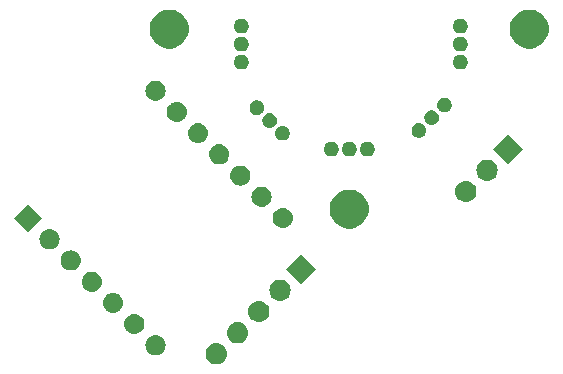
<source format=gbr>
G04 #@! TF.GenerationSoftware,KiCad,Pcbnew,(5.1.2)-2*
G04 #@! TF.CreationDate,2020-06-24T22:01:00-05:00*
G04 #@! TF.ProjectId,HallSensorDevBoard,48616c6c-5365-46e7-936f-72446576426f,rev?*
G04 #@! TF.SameCoordinates,Original*
G04 #@! TF.FileFunction,Soldermask,Top*
G04 #@! TF.FilePolarity,Negative*
%FSLAX46Y46*%
G04 Gerber Fmt 4.6, Leading zero omitted, Abs format (unit mm)*
G04 Created by KiCad (PCBNEW (5.1.2)-2) date 2020-06-24 22:01:00*
%MOMM*%
%LPD*%
G04 APERTURE LIST*
%ADD10C,0.100000*%
G04 APERTURE END LIST*
D10*
G36*
X110776455Y-114239154D02*
G01*
X110848422Y-114246242D01*
X111018261Y-114297762D01*
X111174786Y-114381427D01*
X111207539Y-114408307D01*
X111311981Y-114494019D01*
X111395243Y-114595476D01*
X111424573Y-114631214D01*
X111508238Y-114787739D01*
X111559758Y-114957578D01*
X111577154Y-115134205D01*
X111559758Y-115310832D01*
X111508238Y-115480671D01*
X111424573Y-115637196D01*
X111395243Y-115672934D01*
X111311981Y-115774391D01*
X111210524Y-115857653D01*
X111174786Y-115886983D01*
X111018261Y-115970648D01*
X110848422Y-116022168D01*
X110782237Y-116028687D01*
X110716055Y-116035205D01*
X110627535Y-116035205D01*
X110561353Y-116028687D01*
X110495168Y-116022168D01*
X110325329Y-115970648D01*
X110168804Y-115886983D01*
X110133066Y-115857653D01*
X110031609Y-115774391D01*
X109948347Y-115672934D01*
X109919017Y-115637196D01*
X109835352Y-115480671D01*
X109783832Y-115310832D01*
X109766436Y-115134205D01*
X109783832Y-114957578D01*
X109835352Y-114787739D01*
X109919017Y-114631214D01*
X109948347Y-114595476D01*
X110031609Y-114494019D01*
X110136051Y-114408307D01*
X110168804Y-114381427D01*
X110325329Y-114297762D01*
X110495168Y-114246242D01*
X110567135Y-114239154D01*
X110627535Y-114233205D01*
X110716055Y-114233205D01*
X110776455Y-114239154D01*
X110776455Y-114239154D01*
G37*
G36*
X105685130Y-113569620D02*
G01*
X105845549Y-113618283D01*
X105969657Y-113684620D01*
X105993385Y-113697303D01*
X106122966Y-113803648D01*
X106229311Y-113933229D01*
X106229312Y-113933231D01*
X106308331Y-114081065D01*
X106308332Y-114081068D01*
X106317390Y-114110927D01*
X106356994Y-114241484D01*
X106373424Y-114408307D01*
X106356994Y-114575130D01*
X106308331Y-114735549D01*
X106237421Y-114868213D01*
X106229311Y-114883385D01*
X106122966Y-115012966D01*
X105993385Y-115119311D01*
X105993383Y-115119312D01*
X105845549Y-115198331D01*
X105685130Y-115246994D01*
X105560111Y-115259307D01*
X105476503Y-115259307D01*
X105351484Y-115246994D01*
X105191065Y-115198331D01*
X105043231Y-115119312D01*
X105043229Y-115119311D01*
X104913648Y-115012966D01*
X104807303Y-114883385D01*
X104799193Y-114868213D01*
X104728283Y-114735549D01*
X104679620Y-114575130D01*
X104663190Y-114408307D01*
X104679620Y-114241484D01*
X104719224Y-114110927D01*
X104728282Y-114081068D01*
X104728283Y-114081065D01*
X104807302Y-113933231D01*
X104807303Y-113933229D01*
X104913648Y-113803648D01*
X105043229Y-113697303D01*
X105066957Y-113684620D01*
X105191065Y-113618283D01*
X105351484Y-113569620D01*
X105476503Y-113557307D01*
X105560111Y-113557307D01*
X105685130Y-113569620D01*
X105685130Y-113569620D01*
G37*
G36*
X112572496Y-112443102D02*
G01*
X112644473Y-112450191D01*
X112814312Y-112501711D01*
X112970837Y-112585376D01*
X113003590Y-112612256D01*
X113108032Y-112697968D01*
X113191294Y-112799425D01*
X113220624Y-112835163D01*
X113304289Y-112991688D01*
X113355809Y-113161527D01*
X113373205Y-113338154D01*
X113355809Y-113514781D01*
X113304289Y-113684620D01*
X113220624Y-113841145D01*
X113191294Y-113876883D01*
X113108032Y-113978340D01*
X113006575Y-114061602D01*
X112970837Y-114090932D01*
X112814312Y-114174597D01*
X112644473Y-114226117D01*
X112578288Y-114232636D01*
X112512106Y-114239154D01*
X112423586Y-114239154D01*
X112357404Y-114232636D01*
X112291219Y-114226117D01*
X112121380Y-114174597D01*
X111964855Y-114090932D01*
X111929117Y-114061602D01*
X111827660Y-113978340D01*
X111744398Y-113876883D01*
X111715068Y-113841145D01*
X111631403Y-113684620D01*
X111579883Y-113514781D01*
X111562487Y-113338154D01*
X111579883Y-113161527D01*
X111631403Y-112991688D01*
X111715068Y-112835163D01*
X111744398Y-112799425D01*
X111827660Y-112697968D01*
X111932102Y-112612256D01*
X111964855Y-112585376D01*
X112121380Y-112501711D01*
X112291219Y-112450191D01*
X112363196Y-112443102D01*
X112423586Y-112437154D01*
X112512106Y-112437154D01*
X112572496Y-112443102D01*
X112572496Y-112443102D01*
G37*
G36*
X103889079Y-111773569D02*
G01*
X104049498Y-111822232D01*
X104182162Y-111893142D01*
X104197334Y-111901252D01*
X104326915Y-112007597D01*
X104433260Y-112137178D01*
X104433261Y-112137180D01*
X104512280Y-112285014D01*
X104560943Y-112445433D01*
X104577373Y-112612256D01*
X104560943Y-112779079D01*
X104512280Y-112939498D01*
X104441370Y-113072162D01*
X104433260Y-113087334D01*
X104326915Y-113216915D01*
X104197334Y-113323260D01*
X104197332Y-113323261D01*
X104049498Y-113402280D01*
X103889079Y-113450943D01*
X103764060Y-113463256D01*
X103680452Y-113463256D01*
X103555433Y-113450943D01*
X103395014Y-113402280D01*
X103247180Y-113323261D01*
X103247178Y-113323260D01*
X103117597Y-113216915D01*
X103011252Y-113087334D01*
X103003142Y-113072162D01*
X102932232Y-112939498D01*
X102883569Y-112779079D01*
X102867139Y-112612256D01*
X102883569Y-112445433D01*
X102932232Y-112285014D01*
X103011251Y-112137180D01*
X103011252Y-112137178D01*
X103117597Y-112007597D01*
X103247178Y-111901252D01*
X103262350Y-111893142D01*
X103395014Y-111822232D01*
X103555433Y-111773569D01*
X103680452Y-111761256D01*
X103764060Y-111761256D01*
X103889079Y-111773569D01*
X103889079Y-111773569D01*
G37*
G36*
X114368558Y-110647051D02*
G01*
X114440525Y-110654139D01*
X114610364Y-110705659D01*
X114766889Y-110789324D01*
X114799643Y-110816205D01*
X114904084Y-110901916D01*
X114987346Y-111003373D01*
X115016676Y-111039111D01*
X115100341Y-111195636D01*
X115151861Y-111365475D01*
X115169257Y-111542102D01*
X115151861Y-111718729D01*
X115100341Y-111888568D01*
X115016676Y-112045093D01*
X114987346Y-112080831D01*
X114904084Y-112182288D01*
X114802627Y-112265550D01*
X114766889Y-112294880D01*
X114610364Y-112378545D01*
X114440525Y-112430065D01*
X114374341Y-112436583D01*
X114308158Y-112443102D01*
X114219638Y-112443102D01*
X114153455Y-112436583D01*
X114087271Y-112430065D01*
X113917432Y-112378545D01*
X113760907Y-112294880D01*
X113725169Y-112265550D01*
X113623712Y-112182288D01*
X113540450Y-112080831D01*
X113511120Y-112045093D01*
X113427455Y-111888568D01*
X113375935Y-111718729D01*
X113358539Y-111542102D01*
X113375935Y-111365475D01*
X113427455Y-111195636D01*
X113511120Y-111039111D01*
X113540450Y-111003373D01*
X113623712Y-110901916D01*
X113728153Y-110816205D01*
X113760907Y-110789324D01*
X113917432Y-110705659D01*
X114087271Y-110654139D01*
X114159238Y-110647051D01*
X114219638Y-110641102D01*
X114308158Y-110641102D01*
X114368558Y-110647051D01*
X114368558Y-110647051D01*
G37*
G36*
X102093028Y-109977518D02*
G01*
X102253447Y-110026181D01*
X102386111Y-110097091D01*
X102401283Y-110105201D01*
X102530864Y-110211546D01*
X102637209Y-110341127D01*
X102637210Y-110341129D01*
X102716229Y-110488963D01*
X102764892Y-110649382D01*
X102781322Y-110816205D01*
X102764892Y-110983028D01*
X102716229Y-111143447D01*
X102688334Y-111195634D01*
X102637209Y-111291283D01*
X102530864Y-111420864D01*
X102401283Y-111527209D01*
X102401281Y-111527210D01*
X102253447Y-111606229D01*
X102093028Y-111654892D01*
X101968009Y-111667205D01*
X101884401Y-111667205D01*
X101759382Y-111654892D01*
X101598963Y-111606229D01*
X101451129Y-111527210D01*
X101451127Y-111527209D01*
X101321546Y-111420864D01*
X101215201Y-111291283D01*
X101164076Y-111195634D01*
X101136181Y-111143447D01*
X101087518Y-110983028D01*
X101071088Y-110816205D01*
X101087518Y-110649382D01*
X101136181Y-110488963D01*
X101215200Y-110341129D01*
X101215201Y-110341127D01*
X101321546Y-110211546D01*
X101451127Y-110105201D01*
X101466299Y-110097091D01*
X101598963Y-110026181D01*
X101759382Y-109977518D01*
X101884401Y-109965205D01*
X101968009Y-109965205D01*
X102093028Y-109977518D01*
X102093028Y-109977518D01*
G37*
G36*
X116170391Y-108851569D02*
G01*
X116236576Y-108858088D01*
X116406415Y-108909608D01*
X116562940Y-108993273D01*
X116595694Y-109020154D01*
X116700135Y-109105865D01*
X116783397Y-109207322D01*
X116812727Y-109243060D01*
X116896392Y-109399585D01*
X116947912Y-109569424D01*
X116965308Y-109746051D01*
X116947912Y-109922678D01*
X116896392Y-110092517D01*
X116812727Y-110249042D01*
X116783397Y-110284780D01*
X116700135Y-110386237D01*
X116598678Y-110469499D01*
X116562940Y-110498829D01*
X116406415Y-110582494D01*
X116236576Y-110634014D01*
X116170391Y-110640533D01*
X116104209Y-110647051D01*
X116015689Y-110647051D01*
X115949507Y-110640533D01*
X115883322Y-110634014D01*
X115713483Y-110582494D01*
X115556958Y-110498829D01*
X115521220Y-110469499D01*
X115419763Y-110386237D01*
X115336501Y-110284780D01*
X115307171Y-110249042D01*
X115223506Y-110092517D01*
X115171986Y-109922678D01*
X115154590Y-109746051D01*
X115171986Y-109569424D01*
X115223506Y-109399585D01*
X115307171Y-109243060D01*
X115336501Y-109207322D01*
X115419763Y-109105865D01*
X115524204Y-109020154D01*
X115556958Y-108993273D01*
X115713483Y-108909608D01*
X115883322Y-108858088D01*
X115949507Y-108851569D01*
X116015689Y-108845051D01*
X116104209Y-108845051D01*
X116170391Y-108851569D01*
X116170391Y-108851569D01*
G37*
G36*
X100296977Y-108181467D02*
G01*
X100457396Y-108230130D01*
X100590060Y-108301040D01*
X100605232Y-108309150D01*
X100734813Y-108415495D01*
X100841158Y-108545076D01*
X100841159Y-108545078D01*
X100920178Y-108692912D01*
X100968841Y-108853331D01*
X100985271Y-109020154D01*
X100968841Y-109186977D01*
X100920178Y-109347396D01*
X100892283Y-109399583D01*
X100841158Y-109495232D01*
X100734813Y-109624813D01*
X100605232Y-109731158D01*
X100605230Y-109731159D01*
X100457396Y-109810178D01*
X100296977Y-109858841D01*
X100171958Y-109871154D01*
X100088350Y-109871154D01*
X99963331Y-109858841D01*
X99802912Y-109810178D01*
X99655078Y-109731159D01*
X99655076Y-109731158D01*
X99525495Y-109624813D01*
X99419150Y-109495232D01*
X99368025Y-109399583D01*
X99340130Y-109347396D01*
X99291467Y-109186977D01*
X99275037Y-109020154D01*
X99291467Y-108853331D01*
X99340130Y-108692912D01*
X99419149Y-108545078D01*
X99419150Y-108545076D01*
X99525495Y-108415495D01*
X99655076Y-108309150D01*
X99670248Y-108301040D01*
X99802912Y-108230130D01*
X99963331Y-108181467D01*
X100088350Y-108169154D01*
X100171958Y-108169154D01*
X100296977Y-108181467D01*
X100296977Y-108181467D01*
G37*
G36*
X119130206Y-107950000D02*
G01*
X117856000Y-109224206D01*
X116581794Y-107950000D01*
X117856000Y-106675794D01*
X119130206Y-107950000D01*
X119130206Y-107950000D01*
G37*
G36*
X98500925Y-106385415D02*
G01*
X98661344Y-106434078D01*
X98794008Y-106504988D01*
X98809180Y-106513098D01*
X98938761Y-106619443D01*
X99045106Y-106749024D01*
X99045107Y-106749026D01*
X99124126Y-106896860D01*
X99172789Y-107057279D01*
X99189219Y-107224102D01*
X99172789Y-107390925D01*
X99124126Y-107551344D01*
X99053216Y-107684008D01*
X99045106Y-107699180D01*
X98938761Y-107828761D01*
X98809180Y-107935106D01*
X98809178Y-107935107D01*
X98661344Y-108014126D01*
X98500925Y-108062789D01*
X98375906Y-108075102D01*
X98292298Y-108075102D01*
X98167279Y-108062789D01*
X98006860Y-108014126D01*
X97859026Y-107935107D01*
X97859024Y-107935106D01*
X97729443Y-107828761D01*
X97623098Y-107699180D01*
X97614988Y-107684008D01*
X97544078Y-107551344D01*
X97495415Y-107390925D01*
X97478985Y-107224102D01*
X97495415Y-107057279D01*
X97544078Y-106896860D01*
X97623097Y-106749026D01*
X97623098Y-106749024D01*
X97729443Y-106619443D01*
X97859024Y-106513098D01*
X97874196Y-106504988D01*
X98006860Y-106434078D01*
X98167279Y-106385415D01*
X98292298Y-106373102D01*
X98375906Y-106373102D01*
X98500925Y-106385415D01*
X98500925Y-106385415D01*
G37*
G36*
X96704874Y-104589364D02*
G01*
X96865293Y-104638027D01*
X96997957Y-104708937D01*
X97013129Y-104717047D01*
X97142710Y-104823392D01*
X97249055Y-104952973D01*
X97249056Y-104952975D01*
X97328075Y-105100809D01*
X97376738Y-105261228D01*
X97393168Y-105428051D01*
X97376738Y-105594874D01*
X97328075Y-105755293D01*
X97257165Y-105887957D01*
X97249055Y-105903129D01*
X97142710Y-106032710D01*
X97013129Y-106139055D01*
X97013127Y-106139056D01*
X96865293Y-106218075D01*
X96704874Y-106266738D01*
X96579855Y-106279051D01*
X96496247Y-106279051D01*
X96371228Y-106266738D01*
X96210809Y-106218075D01*
X96062975Y-106139056D01*
X96062973Y-106139055D01*
X95933392Y-106032710D01*
X95827047Y-105903129D01*
X95818937Y-105887957D01*
X95748027Y-105755293D01*
X95699364Y-105594874D01*
X95682934Y-105428051D01*
X95699364Y-105261228D01*
X95748027Y-105100809D01*
X95827046Y-104952975D01*
X95827047Y-104952973D01*
X95933392Y-104823392D01*
X96062973Y-104717047D01*
X96078145Y-104708937D01*
X96210809Y-104638027D01*
X96371228Y-104589364D01*
X96496247Y-104577051D01*
X96579855Y-104577051D01*
X96704874Y-104589364D01*
X96704874Y-104589364D01*
G37*
G36*
X95945496Y-103632000D02*
G01*
X94742000Y-104835496D01*
X93538504Y-103632000D01*
X94742000Y-102428504D01*
X95945496Y-103632000D01*
X95945496Y-103632000D01*
G37*
G36*
X122295256Y-101261298D02*
G01*
X122401579Y-101282447D01*
X122702042Y-101406903D01*
X122972451Y-101587585D01*
X123202415Y-101817549D01*
X123383097Y-102087958D01*
X123437188Y-102218544D01*
X123507553Y-102388422D01*
X123564485Y-102674635D01*
X123571000Y-102707391D01*
X123571000Y-103032609D01*
X123507553Y-103351579D01*
X123383097Y-103652042D01*
X123202415Y-103922451D01*
X122972451Y-104152415D01*
X122702042Y-104333097D01*
X122702041Y-104333098D01*
X122702040Y-104333098D01*
X122678122Y-104343005D01*
X122401579Y-104457553D01*
X122295256Y-104478702D01*
X122082611Y-104521000D01*
X121757389Y-104521000D01*
X121544744Y-104478702D01*
X121438421Y-104457553D01*
X121161878Y-104343005D01*
X121137960Y-104333098D01*
X121137959Y-104333098D01*
X121137958Y-104333097D01*
X120867549Y-104152415D01*
X120637585Y-103922451D01*
X120456903Y-103652042D01*
X120332447Y-103351579D01*
X120269000Y-103032609D01*
X120269000Y-102707391D01*
X120275516Y-102674635D01*
X120332447Y-102388422D01*
X120402813Y-102218544D01*
X120456903Y-102087958D01*
X120637585Y-101817549D01*
X120867549Y-101587585D01*
X121137958Y-101406903D01*
X121438421Y-101282447D01*
X121544744Y-101261298D01*
X121757389Y-101219000D01*
X122082611Y-101219000D01*
X122295256Y-101261298D01*
X122295256Y-101261298D01*
G37*
G36*
X116461438Y-102793313D02*
G01*
X116621857Y-102841976D01*
X116754521Y-102912886D01*
X116769693Y-102920996D01*
X116899274Y-103027341D01*
X117005619Y-103156922D01*
X117005620Y-103156924D01*
X117084639Y-103304758D01*
X117133302Y-103465177D01*
X117149732Y-103632000D01*
X117133302Y-103798823D01*
X117084639Y-103959242D01*
X117013729Y-104091906D01*
X117005619Y-104107078D01*
X116899274Y-104236659D01*
X116769693Y-104343004D01*
X116769691Y-104343005D01*
X116621857Y-104422024D01*
X116461438Y-104470687D01*
X116336419Y-104483000D01*
X116252811Y-104483000D01*
X116127792Y-104470687D01*
X115967373Y-104422024D01*
X115819539Y-104343005D01*
X115819537Y-104343004D01*
X115689956Y-104236659D01*
X115583611Y-104107078D01*
X115575501Y-104091906D01*
X115504591Y-103959242D01*
X115455928Y-103798823D01*
X115439498Y-103632000D01*
X115455928Y-103465177D01*
X115504591Y-103304758D01*
X115583610Y-103156924D01*
X115583611Y-103156922D01*
X115689956Y-103027341D01*
X115819537Y-102920996D01*
X115834709Y-102912886D01*
X115967373Y-102841976D01*
X116127792Y-102793313D01*
X116252811Y-102781000D01*
X116336419Y-102781000D01*
X116461438Y-102793313D01*
X116461438Y-102793313D01*
G37*
G36*
X114665386Y-100997262D02*
G01*
X114825805Y-101045925D01*
X114958469Y-101116835D01*
X114973641Y-101124945D01*
X115103222Y-101231290D01*
X115209567Y-101360871D01*
X115209568Y-101360873D01*
X115288587Y-101508707D01*
X115337250Y-101669126D01*
X115353680Y-101835949D01*
X115337250Y-102002772D01*
X115288587Y-102163191D01*
X115224493Y-102283102D01*
X115209567Y-102311027D01*
X115103222Y-102440608D01*
X114973641Y-102546953D01*
X114973639Y-102546954D01*
X114825805Y-102625973D01*
X114665386Y-102674636D01*
X114540367Y-102686949D01*
X114456759Y-102686949D01*
X114331740Y-102674636D01*
X114171321Y-102625973D01*
X114023487Y-102546954D01*
X114023485Y-102546953D01*
X113893904Y-102440608D01*
X113787559Y-102311027D01*
X113772633Y-102283102D01*
X113708539Y-102163191D01*
X113659876Y-102002772D01*
X113643446Y-101835949D01*
X113659876Y-101669126D01*
X113708539Y-101508707D01*
X113787558Y-101360873D01*
X113787559Y-101360871D01*
X113893904Y-101231290D01*
X114023485Y-101124945D01*
X114038657Y-101116835D01*
X114171321Y-101045925D01*
X114331740Y-100997262D01*
X114456759Y-100984949D01*
X114540367Y-100984949D01*
X114665386Y-100997262D01*
X114665386Y-100997262D01*
G37*
G36*
X131894558Y-100487051D02*
G01*
X131966525Y-100494139D01*
X132136364Y-100545659D01*
X132292889Y-100629324D01*
X132311450Y-100644557D01*
X132430084Y-100741916D01*
X132502308Y-100829923D01*
X132542676Y-100879111D01*
X132626341Y-101035636D01*
X132677861Y-101205475D01*
X132695257Y-101382102D01*
X132677861Y-101558729D01*
X132626341Y-101728568D01*
X132542676Y-101885093D01*
X132513346Y-101920831D01*
X132430084Y-102022288D01*
X132350061Y-102087960D01*
X132292889Y-102134880D01*
X132136364Y-102218545D01*
X131966525Y-102270065D01*
X131900340Y-102276584D01*
X131834158Y-102283102D01*
X131745638Y-102283102D01*
X131679456Y-102276584D01*
X131613271Y-102270065D01*
X131443432Y-102218545D01*
X131286907Y-102134880D01*
X131229735Y-102087960D01*
X131149712Y-102022288D01*
X131066450Y-101920831D01*
X131037120Y-101885093D01*
X130953455Y-101728568D01*
X130901935Y-101558729D01*
X130884539Y-101382102D01*
X130901935Y-101205475D01*
X130953455Y-101035636D01*
X131037120Y-100879111D01*
X131077488Y-100829923D01*
X131149712Y-100741916D01*
X131268346Y-100644557D01*
X131286907Y-100629324D01*
X131443432Y-100545659D01*
X131613271Y-100494139D01*
X131685238Y-100487051D01*
X131745638Y-100481102D01*
X131834158Y-100481102D01*
X131894558Y-100487051D01*
X131894558Y-100487051D01*
G37*
G36*
X112869335Y-99201211D02*
G01*
X113029754Y-99249874D01*
X113162418Y-99320784D01*
X113177590Y-99328894D01*
X113307171Y-99435239D01*
X113413516Y-99564820D01*
X113413517Y-99564822D01*
X113492536Y-99712656D01*
X113541199Y-99873075D01*
X113557629Y-100039898D01*
X113541199Y-100206721D01*
X113492536Y-100367140D01*
X113431622Y-100481102D01*
X113413516Y-100514976D01*
X113307171Y-100644557D01*
X113177590Y-100750902D01*
X113177588Y-100750903D01*
X113029754Y-100829922D01*
X112869335Y-100878585D01*
X112744316Y-100890898D01*
X112660708Y-100890898D01*
X112535689Y-100878585D01*
X112375270Y-100829922D01*
X112227436Y-100750903D01*
X112227434Y-100750902D01*
X112097853Y-100644557D01*
X111991508Y-100514976D01*
X111973402Y-100481102D01*
X111912488Y-100367140D01*
X111863825Y-100206721D01*
X111847395Y-100039898D01*
X111863825Y-99873075D01*
X111912488Y-99712656D01*
X111991507Y-99564822D01*
X111991508Y-99564820D01*
X112097853Y-99435239D01*
X112227434Y-99328894D01*
X112242606Y-99320784D01*
X112375270Y-99249874D01*
X112535689Y-99201211D01*
X112660708Y-99188898D01*
X112744316Y-99188898D01*
X112869335Y-99201211D01*
X112869335Y-99201211D01*
G37*
G36*
X133696392Y-98691570D02*
G01*
X133762576Y-98698088D01*
X133932415Y-98749608D01*
X134088940Y-98833273D01*
X134107500Y-98848505D01*
X134226135Y-98945865D01*
X134309397Y-99047322D01*
X134338727Y-99083060D01*
X134422392Y-99239585D01*
X134473912Y-99409424D01*
X134491308Y-99586051D01*
X134473912Y-99762678D01*
X134422392Y-99932517D01*
X134338727Y-100089042D01*
X134309397Y-100124780D01*
X134226135Y-100226237D01*
X134124678Y-100309499D01*
X134088940Y-100338829D01*
X133932415Y-100422494D01*
X133762576Y-100474014D01*
X133696392Y-100480532D01*
X133630209Y-100487051D01*
X133541689Y-100487051D01*
X133475506Y-100480532D01*
X133409322Y-100474014D01*
X133239483Y-100422494D01*
X133082958Y-100338829D01*
X133047220Y-100309499D01*
X132945763Y-100226237D01*
X132862501Y-100124780D01*
X132833171Y-100089042D01*
X132749506Y-99932517D01*
X132697986Y-99762678D01*
X132680590Y-99586051D01*
X132697986Y-99409424D01*
X132749506Y-99239585D01*
X132833171Y-99083060D01*
X132862501Y-99047322D01*
X132945763Y-98945865D01*
X133064398Y-98848505D01*
X133082958Y-98833273D01*
X133239483Y-98749608D01*
X133409322Y-98698088D01*
X133475506Y-98691570D01*
X133541689Y-98685051D01*
X133630209Y-98685051D01*
X133696392Y-98691570D01*
X133696392Y-98691570D01*
G37*
G36*
X111073284Y-97405159D02*
G01*
X111233703Y-97453822D01*
X111310992Y-97495134D01*
X111381539Y-97532842D01*
X111511120Y-97639187D01*
X111617465Y-97768768D01*
X111617466Y-97768770D01*
X111696485Y-97916604D01*
X111745148Y-98077023D01*
X111761578Y-98243846D01*
X111745148Y-98410669D01*
X111696485Y-98571088D01*
X111635570Y-98685051D01*
X111617465Y-98718924D01*
X111511120Y-98848505D01*
X111381539Y-98954850D01*
X111381537Y-98954851D01*
X111233703Y-99033870D01*
X111073284Y-99082533D01*
X110948265Y-99094846D01*
X110864657Y-99094846D01*
X110739638Y-99082533D01*
X110579219Y-99033870D01*
X110431385Y-98954851D01*
X110431383Y-98954850D01*
X110301802Y-98848505D01*
X110195457Y-98718924D01*
X110177352Y-98685051D01*
X110116437Y-98571088D01*
X110067774Y-98410669D01*
X110051344Y-98243846D01*
X110067774Y-98077023D01*
X110116437Y-97916604D01*
X110195456Y-97768770D01*
X110195457Y-97768768D01*
X110301802Y-97639187D01*
X110431383Y-97532842D01*
X110501930Y-97495134D01*
X110579219Y-97453822D01*
X110739638Y-97405159D01*
X110864657Y-97392846D01*
X110948265Y-97392846D01*
X111073284Y-97405159D01*
X111073284Y-97405159D01*
G37*
G36*
X136656206Y-97790000D02*
G01*
X135382000Y-99064206D01*
X134107794Y-97790000D01*
X135382000Y-96515794D01*
X136656206Y-97790000D01*
X136656206Y-97790000D01*
G37*
G36*
X120517444Y-97179461D02*
G01*
X120577577Y-97191422D01*
X120615339Y-97207064D01*
X120690866Y-97238348D01*
X120792818Y-97306470D01*
X120879530Y-97393182D01*
X120947652Y-97495134D01*
X120994578Y-97608424D01*
X121018500Y-97728688D01*
X121018500Y-97851312D01*
X120994578Y-97971576D01*
X120947652Y-98084866D01*
X120879530Y-98186818D01*
X120792818Y-98273530D01*
X120690866Y-98341652D01*
X120615339Y-98372936D01*
X120577577Y-98388578D01*
X120517444Y-98400539D01*
X120457312Y-98412500D01*
X120334688Y-98412500D01*
X120274556Y-98400539D01*
X120214423Y-98388578D01*
X120176661Y-98372936D01*
X120101134Y-98341652D01*
X119999182Y-98273530D01*
X119912470Y-98186818D01*
X119844348Y-98084866D01*
X119797422Y-97971576D01*
X119773500Y-97851312D01*
X119773500Y-97728688D01*
X119797422Y-97608424D01*
X119844348Y-97495134D01*
X119912470Y-97393182D01*
X119999182Y-97306470D01*
X120101134Y-97238348D01*
X120176661Y-97207064D01*
X120214423Y-97191422D01*
X120274556Y-97179461D01*
X120334688Y-97167500D01*
X120457312Y-97167500D01*
X120517444Y-97179461D01*
X120517444Y-97179461D01*
G37*
G36*
X122041444Y-97179461D02*
G01*
X122101577Y-97191422D01*
X122139339Y-97207064D01*
X122214866Y-97238348D01*
X122316818Y-97306470D01*
X122403530Y-97393182D01*
X122471652Y-97495134D01*
X122518578Y-97608424D01*
X122542500Y-97728688D01*
X122542500Y-97851312D01*
X122518578Y-97971576D01*
X122471652Y-98084866D01*
X122403530Y-98186818D01*
X122316818Y-98273530D01*
X122214866Y-98341652D01*
X122139339Y-98372936D01*
X122101577Y-98388578D01*
X122041444Y-98400539D01*
X121981312Y-98412500D01*
X121858688Y-98412500D01*
X121798556Y-98400539D01*
X121738423Y-98388578D01*
X121700661Y-98372936D01*
X121625134Y-98341652D01*
X121523182Y-98273530D01*
X121436470Y-98186818D01*
X121368348Y-98084866D01*
X121321422Y-97971576D01*
X121297500Y-97851312D01*
X121297500Y-97728688D01*
X121321422Y-97608424D01*
X121368348Y-97495134D01*
X121436470Y-97393182D01*
X121523182Y-97306470D01*
X121625134Y-97238348D01*
X121700661Y-97207064D01*
X121738423Y-97191422D01*
X121798556Y-97179461D01*
X121858688Y-97167500D01*
X121981312Y-97167500D01*
X122041444Y-97179461D01*
X122041444Y-97179461D01*
G37*
G36*
X123565444Y-97179461D02*
G01*
X123625577Y-97191422D01*
X123663339Y-97207064D01*
X123738866Y-97238348D01*
X123840818Y-97306470D01*
X123927530Y-97393182D01*
X123995652Y-97495134D01*
X124042578Y-97608424D01*
X124066500Y-97728688D01*
X124066500Y-97851312D01*
X124042578Y-97971576D01*
X123995652Y-98084866D01*
X123927530Y-98186818D01*
X123840818Y-98273530D01*
X123738866Y-98341652D01*
X123663339Y-98372936D01*
X123625577Y-98388578D01*
X123565444Y-98400539D01*
X123505312Y-98412500D01*
X123382688Y-98412500D01*
X123322556Y-98400539D01*
X123262423Y-98388578D01*
X123224661Y-98372936D01*
X123149134Y-98341652D01*
X123047182Y-98273530D01*
X122960470Y-98186818D01*
X122892348Y-98084866D01*
X122845422Y-97971576D01*
X122821500Y-97851312D01*
X122821500Y-97728688D01*
X122845422Y-97608424D01*
X122892348Y-97495134D01*
X122960470Y-97393182D01*
X123047182Y-97306470D01*
X123149134Y-97238348D01*
X123224661Y-97207064D01*
X123262423Y-97191422D01*
X123322556Y-97179461D01*
X123382688Y-97167500D01*
X123505312Y-97167500D01*
X123565444Y-97179461D01*
X123565444Y-97179461D01*
G37*
G36*
X109277233Y-95609108D02*
G01*
X109437652Y-95657771D01*
X109565535Y-95726126D01*
X109585488Y-95736791D01*
X109715069Y-95843136D01*
X109821414Y-95972717D01*
X109821415Y-95972719D01*
X109900434Y-96120553D01*
X109949097Y-96280972D01*
X109965527Y-96447795D01*
X109949097Y-96614618D01*
X109900434Y-96775037D01*
X109829524Y-96907701D01*
X109821414Y-96922873D01*
X109715069Y-97052454D01*
X109585488Y-97158799D01*
X109585486Y-97158800D01*
X109437652Y-97237819D01*
X109277233Y-97286482D01*
X109152214Y-97298795D01*
X109068606Y-97298795D01*
X108943587Y-97286482D01*
X108783168Y-97237819D01*
X108635334Y-97158800D01*
X108635332Y-97158799D01*
X108505751Y-97052454D01*
X108399406Y-96922873D01*
X108391296Y-96907701D01*
X108320386Y-96775037D01*
X108271723Y-96614618D01*
X108255293Y-96447795D01*
X108271723Y-96280972D01*
X108320386Y-96120553D01*
X108399405Y-95972719D01*
X108399406Y-95972717D01*
X108505751Y-95843136D01*
X108635332Y-95736791D01*
X108655285Y-95726126D01*
X108783168Y-95657771D01*
X108943587Y-95609108D01*
X109068606Y-95596795D01*
X109152214Y-95596795D01*
X109277233Y-95609108D01*
X109277233Y-95609108D01*
G37*
G36*
X116379049Y-95835066D02*
G01*
X116439182Y-95847027D01*
X116476944Y-95862669D01*
X116552471Y-95893953D01*
X116654423Y-95962075D01*
X116741135Y-96048787D01*
X116809257Y-96150739D01*
X116856183Y-96264029D01*
X116880105Y-96384293D01*
X116880105Y-96506917D01*
X116856183Y-96627181D01*
X116809257Y-96740471D01*
X116741135Y-96842423D01*
X116654423Y-96929135D01*
X116552471Y-96997257D01*
X116476944Y-97028541D01*
X116439182Y-97044183D01*
X116397600Y-97052454D01*
X116318917Y-97068105D01*
X116196293Y-97068105D01*
X116117610Y-97052454D01*
X116076028Y-97044183D01*
X116038266Y-97028541D01*
X115962739Y-96997257D01*
X115860787Y-96929135D01*
X115774075Y-96842423D01*
X115705953Y-96740471D01*
X115659027Y-96627181D01*
X115635105Y-96506917D01*
X115635105Y-96384293D01*
X115659027Y-96264029D01*
X115705953Y-96150739D01*
X115774075Y-96048787D01*
X115860787Y-95962075D01*
X115962739Y-95893953D01*
X116038266Y-95862669D01*
X116076028Y-95847027D01*
X116136161Y-95835066D01*
X116196293Y-95823105D01*
X116318917Y-95823105D01*
X116379049Y-95835066D01*
X116379049Y-95835066D01*
G37*
G36*
X127939788Y-95599117D02*
G01*
X127999921Y-95611078D01*
X128037683Y-95626720D01*
X128113210Y-95658004D01*
X128215162Y-95726126D01*
X128301874Y-95812838D01*
X128369996Y-95914790D01*
X128416922Y-96028080D01*
X128440844Y-96148344D01*
X128440844Y-96270968D01*
X128416922Y-96391232D01*
X128369996Y-96504522D01*
X128301874Y-96606474D01*
X128215162Y-96693186D01*
X128113210Y-96761308D01*
X128037683Y-96792592D01*
X127999921Y-96808234D01*
X127939788Y-96820195D01*
X127879656Y-96832156D01*
X127757032Y-96832156D01*
X127696900Y-96820195D01*
X127636767Y-96808234D01*
X127599005Y-96792592D01*
X127523478Y-96761308D01*
X127421526Y-96693186D01*
X127334814Y-96606474D01*
X127266692Y-96504522D01*
X127219766Y-96391232D01*
X127195844Y-96270968D01*
X127195844Y-96148344D01*
X127219766Y-96028080D01*
X127266692Y-95914790D01*
X127334814Y-95812838D01*
X127421526Y-95726126D01*
X127523478Y-95658004D01*
X127599005Y-95626720D01*
X127636767Y-95611078D01*
X127696900Y-95599117D01*
X127757032Y-95587156D01*
X127879656Y-95587156D01*
X127939788Y-95599117D01*
X127939788Y-95599117D01*
G37*
G36*
X115301418Y-94757435D02*
G01*
X115361551Y-94769396D01*
X115399313Y-94785038D01*
X115474840Y-94816322D01*
X115576792Y-94884444D01*
X115663504Y-94971156D01*
X115731626Y-95073108D01*
X115753874Y-95126820D01*
X115778552Y-95186397D01*
X115790513Y-95246530D01*
X115802474Y-95306662D01*
X115802474Y-95429286D01*
X115778552Y-95549550D01*
X115731626Y-95662840D01*
X115663504Y-95764792D01*
X115576792Y-95851504D01*
X115474840Y-95919626D01*
X115399313Y-95950910D01*
X115361551Y-95966552D01*
X115301418Y-95978513D01*
X115241286Y-95990474D01*
X115118662Y-95990474D01*
X115058530Y-95978513D01*
X114998397Y-95966552D01*
X114960635Y-95950910D01*
X114885108Y-95919626D01*
X114783156Y-95851504D01*
X114696444Y-95764792D01*
X114628322Y-95662840D01*
X114581396Y-95549550D01*
X114557474Y-95429286D01*
X114557474Y-95306662D01*
X114569435Y-95246530D01*
X114581396Y-95186397D01*
X114606074Y-95126820D01*
X114628322Y-95073108D01*
X114696444Y-94971156D01*
X114783156Y-94884444D01*
X114885108Y-94816322D01*
X114960635Y-94785038D01*
X114998397Y-94769396D01*
X115058530Y-94757435D01*
X115118662Y-94745474D01*
X115241286Y-94745474D01*
X115301418Y-94757435D01*
X115301418Y-94757435D01*
G37*
G36*
X129017418Y-94521487D02*
G01*
X129077551Y-94533448D01*
X129115313Y-94549090D01*
X129190840Y-94580374D01*
X129292792Y-94648496D01*
X129379504Y-94735208D01*
X129447626Y-94837160D01*
X129467213Y-94884447D01*
X129494552Y-94950449D01*
X129518474Y-95070715D01*
X129518474Y-95193337D01*
X129495933Y-95306662D01*
X129494552Y-95313602D01*
X129447626Y-95426892D01*
X129379504Y-95528844D01*
X129292792Y-95615556D01*
X129190840Y-95683678D01*
X129115313Y-95714962D01*
X129077551Y-95730604D01*
X129046451Y-95736790D01*
X128957286Y-95754526D01*
X128834662Y-95754526D01*
X128745497Y-95736790D01*
X128714397Y-95730604D01*
X128676635Y-95714962D01*
X128601108Y-95683678D01*
X128499156Y-95615556D01*
X128412444Y-95528844D01*
X128344322Y-95426892D01*
X128297396Y-95313602D01*
X128296016Y-95306662D01*
X128273474Y-95193337D01*
X128273474Y-95070715D01*
X128297396Y-94950449D01*
X128324735Y-94884447D01*
X128344322Y-94837160D01*
X128412444Y-94735208D01*
X128499156Y-94648496D01*
X128601108Y-94580374D01*
X128676635Y-94549090D01*
X128714397Y-94533448D01*
X128774530Y-94521487D01*
X128834662Y-94509526D01*
X128957286Y-94509526D01*
X129017418Y-94521487D01*
X129017418Y-94521487D01*
G37*
G36*
X107481182Y-93813057D02*
G01*
X107641601Y-93861720D01*
X107774265Y-93932630D01*
X107789437Y-93940740D01*
X107919018Y-94047085D01*
X108025363Y-94176666D01*
X108025364Y-94176668D01*
X108104383Y-94324502D01*
X108153046Y-94484921D01*
X108169476Y-94651744D01*
X108153046Y-94818567D01*
X108104383Y-94978986D01*
X108033473Y-95111650D01*
X108025363Y-95126822D01*
X107919018Y-95256403D01*
X107789437Y-95362748D01*
X107789435Y-95362749D01*
X107641601Y-95441768D01*
X107481182Y-95490431D01*
X107356163Y-95502744D01*
X107272555Y-95502744D01*
X107147536Y-95490431D01*
X106987117Y-95441768D01*
X106839283Y-95362749D01*
X106839281Y-95362748D01*
X106709700Y-95256403D01*
X106603355Y-95126822D01*
X106595245Y-95111650D01*
X106524335Y-94978986D01*
X106475672Y-94818567D01*
X106459242Y-94651744D01*
X106475672Y-94484921D01*
X106524335Y-94324502D01*
X106603354Y-94176668D01*
X106603355Y-94176666D01*
X106709700Y-94047085D01*
X106839281Y-93940740D01*
X106854453Y-93932630D01*
X106987117Y-93861720D01*
X107147536Y-93813057D01*
X107272555Y-93800744D01*
X107356163Y-93800744D01*
X107481182Y-93813057D01*
X107481182Y-93813057D01*
G37*
G36*
X114223788Y-93679805D02*
G01*
X114283921Y-93691766D01*
X114319957Y-93706693D01*
X114397210Y-93738692D01*
X114499162Y-93806814D01*
X114585874Y-93893526D01*
X114653996Y-93995478D01*
X114700922Y-94108768D01*
X114724844Y-94229032D01*
X114724844Y-94351656D01*
X114700922Y-94471920D01*
X114653996Y-94585210D01*
X114585874Y-94687162D01*
X114499162Y-94773874D01*
X114397210Y-94841996D01*
X114321683Y-94873280D01*
X114283921Y-94888922D01*
X114223788Y-94900883D01*
X114163656Y-94912844D01*
X114041032Y-94912844D01*
X113980900Y-94900883D01*
X113920767Y-94888922D01*
X113883005Y-94873280D01*
X113807478Y-94841996D01*
X113705526Y-94773874D01*
X113618814Y-94687162D01*
X113550692Y-94585210D01*
X113503766Y-94471920D01*
X113479844Y-94351656D01*
X113479844Y-94229032D01*
X113503766Y-94108768D01*
X113550692Y-93995478D01*
X113618814Y-93893526D01*
X113705526Y-93806814D01*
X113807478Y-93738692D01*
X113884731Y-93706693D01*
X113920767Y-93691766D01*
X113980900Y-93679805D01*
X114041032Y-93667844D01*
X114163656Y-93667844D01*
X114223788Y-93679805D01*
X114223788Y-93679805D01*
G37*
G36*
X130095049Y-93443856D02*
G01*
X130155182Y-93455817D01*
X130166130Y-93460352D01*
X130268471Y-93502743D01*
X130370423Y-93570865D01*
X130457135Y-93657577D01*
X130525257Y-93759529D01*
X130544843Y-93806814D01*
X130572183Y-93872818D01*
X130596105Y-93993084D01*
X130596105Y-94115706D01*
X130583980Y-94176666D01*
X130572183Y-94235971D01*
X130525257Y-94349261D01*
X130457135Y-94451213D01*
X130370423Y-94537925D01*
X130268471Y-94606047D01*
X130192944Y-94637331D01*
X130155182Y-94652973D01*
X130095049Y-94664934D01*
X130034917Y-94676895D01*
X129912293Y-94676895D01*
X129852161Y-94664934D01*
X129792028Y-94652973D01*
X129754266Y-94637331D01*
X129678739Y-94606047D01*
X129576787Y-94537925D01*
X129490075Y-94451213D01*
X129421953Y-94349261D01*
X129375027Y-94235971D01*
X129363231Y-94176666D01*
X129351105Y-94115706D01*
X129351105Y-93993084D01*
X129375027Y-93872818D01*
X129402367Y-93806814D01*
X129421953Y-93759529D01*
X129490075Y-93657577D01*
X129576787Y-93570865D01*
X129678739Y-93502743D01*
X129781080Y-93460352D01*
X129792028Y-93455817D01*
X129852161Y-93443856D01*
X129912293Y-93431895D01*
X130034917Y-93431895D01*
X130095049Y-93443856D01*
X130095049Y-93443856D01*
G37*
G36*
X105685130Y-92017006D02*
G01*
X105845549Y-92065669D01*
X105978213Y-92136579D01*
X105993385Y-92144689D01*
X106122966Y-92251034D01*
X106229311Y-92380615D01*
X106229312Y-92380617D01*
X106308331Y-92528451D01*
X106356994Y-92688870D01*
X106373424Y-92855693D01*
X106356994Y-93022516D01*
X106308331Y-93182935D01*
X106237421Y-93315599D01*
X106229311Y-93330771D01*
X106122966Y-93460352D01*
X105993385Y-93566697D01*
X105978213Y-93574807D01*
X105845549Y-93645717D01*
X105685130Y-93694380D01*
X105560111Y-93706693D01*
X105476503Y-93706693D01*
X105351484Y-93694380D01*
X105191065Y-93645717D01*
X105058401Y-93574807D01*
X105043229Y-93566697D01*
X104913648Y-93460352D01*
X104807303Y-93330771D01*
X104799193Y-93315599D01*
X104728283Y-93182935D01*
X104679620Y-93022516D01*
X104663190Y-92855693D01*
X104679620Y-92688870D01*
X104728283Y-92528451D01*
X104807302Y-92380617D01*
X104807303Y-92380615D01*
X104913648Y-92251034D01*
X105043229Y-92144689D01*
X105058401Y-92136579D01*
X105191065Y-92065669D01*
X105351484Y-92017006D01*
X105476503Y-92004693D01*
X105560111Y-92004693D01*
X105685130Y-92017006D01*
X105685130Y-92017006D01*
G37*
G36*
X112897444Y-89813461D02*
G01*
X112957577Y-89825422D01*
X112995339Y-89841064D01*
X113070866Y-89872348D01*
X113172818Y-89940470D01*
X113259530Y-90027182D01*
X113327652Y-90129134D01*
X113374578Y-90242424D01*
X113398500Y-90362688D01*
X113398500Y-90485312D01*
X113374578Y-90605576D01*
X113327652Y-90718866D01*
X113259530Y-90820818D01*
X113172818Y-90907530D01*
X113070866Y-90975652D01*
X112995339Y-91006936D01*
X112957577Y-91022578D01*
X112897444Y-91034539D01*
X112837312Y-91046500D01*
X112714688Y-91046500D01*
X112654556Y-91034539D01*
X112594423Y-91022578D01*
X112556661Y-91006936D01*
X112481134Y-90975652D01*
X112379182Y-90907530D01*
X112292470Y-90820818D01*
X112224348Y-90718866D01*
X112177422Y-90605576D01*
X112153500Y-90485312D01*
X112153500Y-90362688D01*
X112177422Y-90242424D01*
X112224348Y-90129134D01*
X112292470Y-90027182D01*
X112379182Y-89940470D01*
X112481134Y-89872348D01*
X112556661Y-89841064D01*
X112594423Y-89825422D01*
X112654556Y-89813461D01*
X112714688Y-89801500D01*
X112837312Y-89801500D01*
X112897444Y-89813461D01*
X112897444Y-89813461D01*
G37*
G36*
X131439444Y-89813461D02*
G01*
X131499577Y-89825422D01*
X131537339Y-89841064D01*
X131612866Y-89872348D01*
X131714818Y-89940470D01*
X131801530Y-90027182D01*
X131869652Y-90129134D01*
X131916578Y-90242424D01*
X131940500Y-90362688D01*
X131940500Y-90485312D01*
X131916578Y-90605576D01*
X131869652Y-90718866D01*
X131801530Y-90820818D01*
X131714818Y-90907530D01*
X131612866Y-90975652D01*
X131537339Y-91006936D01*
X131499577Y-91022578D01*
X131439444Y-91034539D01*
X131379312Y-91046500D01*
X131256688Y-91046500D01*
X131196556Y-91034539D01*
X131136423Y-91022578D01*
X131098661Y-91006936D01*
X131023134Y-90975652D01*
X130921182Y-90907530D01*
X130834470Y-90820818D01*
X130766348Y-90718866D01*
X130719422Y-90605576D01*
X130695500Y-90485312D01*
X130695500Y-90362688D01*
X130719422Y-90242424D01*
X130766348Y-90129134D01*
X130834470Y-90027182D01*
X130921182Y-89940470D01*
X131023134Y-89872348D01*
X131098661Y-89841064D01*
X131136423Y-89825422D01*
X131196556Y-89813461D01*
X131256688Y-89801500D01*
X131379312Y-89801500D01*
X131439444Y-89813461D01*
X131439444Y-89813461D01*
G37*
G36*
X131439444Y-88289461D02*
G01*
X131499577Y-88301422D01*
X131537339Y-88317064D01*
X131612866Y-88348348D01*
X131714818Y-88416470D01*
X131801530Y-88503182D01*
X131869652Y-88605134D01*
X131900936Y-88680661D01*
X131916578Y-88718423D01*
X131940500Y-88838689D01*
X131940500Y-88961311D01*
X131916578Y-89081577D01*
X131900936Y-89119339D01*
X131869652Y-89194866D01*
X131801530Y-89296818D01*
X131714818Y-89383530D01*
X131612866Y-89451652D01*
X131537339Y-89482936D01*
X131499577Y-89498578D01*
X131439444Y-89510539D01*
X131379312Y-89522500D01*
X131256688Y-89522500D01*
X131196556Y-89510539D01*
X131136423Y-89498578D01*
X131098661Y-89482936D01*
X131023134Y-89451652D01*
X130921182Y-89383530D01*
X130834470Y-89296818D01*
X130766348Y-89194866D01*
X130735064Y-89119339D01*
X130719422Y-89081577D01*
X130695500Y-88961311D01*
X130695500Y-88838689D01*
X130719422Y-88718423D01*
X130735064Y-88680661D01*
X130766348Y-88605134D01*
X130834470Y-88503182D01*
X130921182Y-88416470D01*
X131023134Y-88348348D01*
X131098661Y-88317064D01*
X131136423Y-88301422D01*
X131196556Y-88289461D01*
X131256688Y-88277500D01*
X131379312Y-88277500D01*
X131439444Y-88289461D01*
X131439444Y-88289461D01*
G37*
G36*
X112897444Y-88289461D02*
G01*
X112957577Y-88301422D01*
X112995339Y-88317064D01*
X113070866Y-88348348D01*
X113172818Y-88416470D01*
X113259530Y-88503182D01*
X113327652Y-88605134D01*
X113358936Y-88680661D01*
X113374578Y-88718423D01*
X113398500Y-88838689D01*
X113398500Y-88961311D01*
X113374578Y-89081577D01*
X113358936Y-89119339D01*
X113327652Y-89194866D01*
X113259530Y-89296818D01*
X113172818Y-89383530D01*
X113070866Y-89451652D01*
X112995339Y-89482936D01*
X112957577Y-89498578D01*
X112897444Y-89510539D01*
X112837312Y-89522500D01*
X112714688Y-89522500D01*
X112654556Y-89510539D01*
X112594423Y-89498578D01*
X112556661Y-89482936D01*
X112481134Y-89451652D01*
X112379182Y-89383530D01*
X112292470Y-89296818D01*
X112224348Y-89194866D01*
X112193064Y-89119339D01*
X112177422Y-89081577D01*
X112153500Y-88961311D01*
X112153500Y-88838689D01*
X112177422Y-88718423D01*
X112193064Y-88680661D01*
X112224348Y-88605134D01*
X112292470Y-88503182D01*
X112379182Y-88416470D01*
X112481134Y-88348348D01*
X112556661Y-88317064D01*
X112594423Y-88301422D01*
X112654556Y-88289461D01*
X112714688Y-88277500D01*
X112837312Y-88277500D01*
X112897444Y-88289461D01*
X112897444Y-88289461D01*
G37*
G36*
X137535256Y-86021298D02*
G01*
X137641579Y-86042447D01*
X137942042Y-86166903D01*
X138212451Y-86347585D01*
X138442415Y-86577549D01*
X138442416Y-86577551D01*
X138623098Y-86847960D01*
X138641536Y-86892473D01*
X138747553Y-87148421D01*
X138811000Y-87467391D01*
X138811000Y-87792609D01*
X138747553Y-88111579D01*
X138623097Y-88412042D01*
X138442415Y-88682451D01*
X138212451Y-88912415D01*
X137942042Y-89093097D01*
X137641579Y-89217553D01*
X137535256Y-89238702D01*
X137322611Y-89281000D01*
X136997389Y-89281000D01*
X136784744Y-89238702D01*
X136678421Y-89217553D01*
X136377958Y-89093097D01*
X136107549Y-88912415D01*
X135877585Y-88682451D01*
X135696903Y-88412042D01*
X135572447Y-88111579D01*
X135509000Y-87792609D01*
X135509000Y-87467391D01*
X135572447Y-87148421D01*
X135678464Y-86892473D01*
X135696902Y-86847960D01*
X135877584Y-86577551D01*
X135877585Y-86577549D01*
X136107549Y-86347585D01*
X136377958Y-86166903D01*
X136678421Y-86042447D01*
X136784744Y-86021298D01*
X136997389Y-85979000D01*
X137322611Y-85979000D01*
X137535256Y-86021298D01*
X137535256Y-86021298D01*
G37*
G36*
X107055256Y-86021298D02*
G01*
X107161579Y-86042447D01*
X107462042Y-86166903D01*
X107732451Y-86347585D01*
X107962415Y-86577549D01*
X107962416Y-86577551D01*
X108143098Y-86847960D01*
X108161536Y-86892473D01*
X108267553Y-87148421D01*
X108331000Y-87467391D01*
X108331000Y-87792609D01*
X108267553Y-88111579D01*
X108143097Y-88412042D01*
X107962415Y-88682451D01*
X107732451Y-88912415D01*
X107462042Y-89093097D01*
X107161579Y-89217553D01*
X107055256Y-89238702D01*
X106842611Y-89281000D01*
X106517389Y-89281000D01*
X106304744Y-89238702D01*
X106198421Y-89217553D01*
X105897958Y-89093097D01*
X105627549Y-88912415D01*
X105397585Y-88682451D01*
X105216903Y-88412042D01*
X105092447Y-88111579D01*
X105029000Y-87792609D01*
X105029000Y-87467391D01*
X105092447Y-87148421D01*
X105198464Y-86892473D01*
X105216902Y-86847960D01*
X105397584Y-86577551D01*
X105397585Y-86577549D01*
X105627549Y-86347585D01*
X105897958Y-86166903D01*
X106198421Y-86042447D01*
X106304744Y-86021298D01*
X106517389Y-85979000D01*
X106842611Y-85979000D01*
X107055256Y-86021298D01*
X107055256Y-86021298D01*
G37*
G36*
X131439444Y-86765461D02*
G01*
X131499577Y-86777422D01*
X131537339Y-86793064D01*
X131612866Y-86824348D01*
X131714818Y-86892470D01*
X131801530Y-86979182D01*
X131869652Y-87081134D01*
X131916578Y-87194424D01*
X131940500Y-87314688D01*
X131940500Y-87437312D01*
X131916578Y-87557576D01*
X131869652Y-87670866D01*
X131801530Y-87772818D01*
X131714818Y-87859530D01*
X131612866Y-87927652D01*
X131537339Y-87958936D01*
X131499577Y-87974578D01*
X131439444Y-87986539D01*
X131379312Y-87998500D01*
X131256688Y-87998500D01*
X131196556Y-87986539D01*
X131136423Y-87974578D01*
X131098661Y-87958936D01*
X131023134Y-87927652D01*
X130921182Y-87859530D01*
X130834470Y-87772818D01*
X130766348Y-87670866D01*
X130719422Y-87557576D01*
X130695500Y-87437312D01*
X130695500Y-87314688D01*
X130719422Y-87194424D01*
X130766348Y-87081134D01*
X130834470Y-86979182D01*
X130921182Y-86892470D01*
X131023134Y-86824348D01*
X131098661Y-86793064D01*
X131136423Y-86777422D01*
X131196556Y-86765461D01*
X131256688Y-86753500D01*
X131379312Y-86753500D01*
X131439444Y-86765461D01*
X131439444Y-86765461D01*
G37*
G36*
X112897444Y-86765461D02*
G01*
X112957577Y-86777422D01*
X112995339Y-86793064D01*
X113070866Y-86824348D01*
X113172818Y-86892470D01*
X113259530Y-86979182D01*
X113327652Y-87081134D01*
X113374578Y-87194424D01*
X113398500Y-87314688D01*
X113398500Y-87437312D01*
X113374578Y-87557576D01*
X113327652Y-87670866D01*
X113259530Y-87772818D01*
X113172818Y-87859530D01*
X113070866Y-87927652D01*
X112995339Y-87958936D01*
X112957577Y-87974578D01*
X112897444Y-87986539D01*
X112837312Y-87998500D01*
X112714688Y-87998500D01*
X112654556Y-87986539D01*
X112594423Y-87974578D01*
X112556661Y-87958936D01*
X112481134Y-87927652D01*
X112379182Y-87859530D01*
X112292470Y-87772818D01*
X112224348Y-87670866D01*
X112177422Y-87557576D01*
X112153500Y-87437312D01*
X112153500Y-87314688D01*
X112177422Y-87194424D01*
X112224348Y-87081134D01*
X112292470Y-86979182D01*
X112379182Y-86892470D01*
X112481134Y-86824348D01*
X112556661Y-86793064D01*
X112594423Y-86777422D01*
X112654556Y-86765461D01*
X112714688Y-86753500D01*
X112837312Y-86753500D01*
X112897444Y-86765461D01*
X112897444Y-86765461D01*
G37*
M02*

</source>
